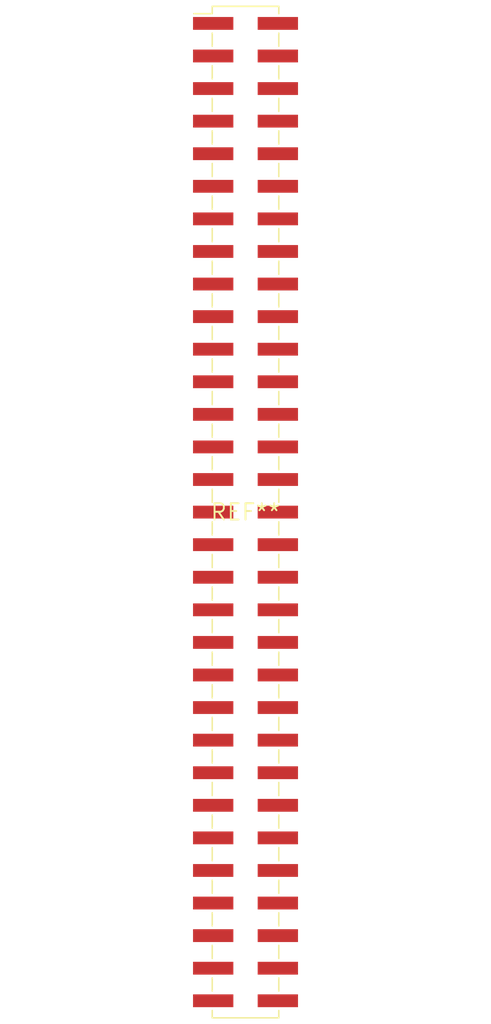
<source format=kicad_pcb>
(kicad_pcb (version 20240108) (generator pcbnew)
  (layers (0 "F.Cu" signal) (31 "B.Cu" signal) (34 "B.Paste" user) (35 "F.Paste" user) (36 "B.SilkS" user "B.Silkscreen") (37 "F.SilkS" user "F.Silkscreen") (38 "B.Mask" user) (39 "F.Mask" user) (44 "Edge.Cuts" user))
  (net 0 "")
  (footprint "PinHeader_2x31_P2.54mm_Vertical_SMD" (layer "F.Cu") (at 0 0)
    (property "Reference" "REF**")
    (property "Value" "PinHeader_2x31_P2.54mm_Vertical_SMD")
    (fp_line (start -4.04 -38.86) (end -2.6 -38.86) (layer "F.SilkS") (stroke (width 0.12)))
    (fp_line (start -2.6 -39.43) (end -2.6 -38.86) (layer "F.SilkS") (stroke (width 0.12)))
    (fp_line (start -2.6 -39.43) (end 2.6 -39.43) (layer "F.SilkS") (stroke (width 0.12)))
    (fp_line (start -2.6 -37.34) (end -2.6 -36.32) (layer "F.SilkS") (stroke (width 0.12)))
    (fp_line (start -2.6 -34.8) (end -2.6 -33.78) (layer "F.SilkS") (stroke (width 0.12)))
    (fp_line (start -2.6 -32.26) (end -2.6 -31.24) (layer "F.SilkS") (stroke (width 0.12)))
    (fp_line (start -2.6 -29.72) (end -2.6 -28.7) (layer "F.SilkS") (stroke (width 0.12)))
    (fp_line (start -2.6 -27.18) (end -2.6 -26.16) (layer "F.SilkS") (stroke (width 0.12)))
    (fp_line (start -2.6 -24.64) (end -2.6 -23.62) (layer "F.SilkS") (stroke (width 0.12)))
    (fp_line (start -2.6 -22.1) (end -2.6 -21.08) (layer "F.SilkS") (stroke (width 0.12)))
    (fp_line (start -2.6 -19.56) (end -2.6 -18.54) (layer "F.SilkS") (stroke (width 0.12)))
    (fp_line (start -2.6 -17.02) (end -2.6 -16) (layer "F.SilkS") (stroke (width 0.12)))
    (fp_line (start -2.6 -14.48) (end -2.6 -13.46) (layer "F.SilkS") (stroke (width 0.12)))
    (fp_line (start -2.6 -11.94) (end -2.6 -10.92) (layer "F.SilkS") (stroke (width 0.12)))
    (fp_line (start -2.6 -9.4) (end -2.6 -8.38) (layer "F.SilkS") (stroke (width 0.12)))
    (fp_line (start -2.6 -6.86) (end -2.6 -5.84) (layer "F.SilkS") (stroke (width 0.12)))
    (fp_line (start -2.6 -4.32) (end -2.6 -3.3) (layer "F.SilkS") (stroke (width 0.12)))
    (fp_line (start -2.6 -1.78) (end -2.6 -0.76) (layer "F.SilkS") (stroke (width 0.12)))
    (fp_line (start -2.6 0.76) (end -2.6 1.78) (layer "F.SilkS") (stroke (width 0.12)))
    (fp_line (start -2.6 3.3) (end -2.6 4.32) (layer "F.SilkS") (stroke (width 0.12)))
    (fp_line (start -2.6 5.84) (end -2.6 6.86) (layer "F.SilkS") (stroke (width 0.12)))
    (fp_line (start -2.6 8.38) (end -2.6 9.4) (layer "F.SilkS") (stroke (width 0.12)))
    (fp_line (start -2.6 10.92) (end -2.6 11.94) (layer "F.SilkS") (stroke (width 0.12)))
    (fp_line (start -2.6 13.46) (end -2.6 14.48) (layer "F.SilkS") (stroke (width 0.12)))
    (fp_line (start -2.6 16) (end -2.6 17.02) (layer "F.SilkS") (stroke (width 0.12)))
    (fp_line (start -2.6 18.54) (end -2.6 19.56) (layer "F.SilkS") (stroke (width 0.12)))
    (fp_line (start -2.6 21.08) (end -2.6 22.1) (layer "F.SilkS") (stroke (width 0.12)))
    (fp_line (start -2.6 23.62) (end -2.6 24.64) (layer "F.SilkS") (stroke (width 0.12)))
    (fp_line (start -2.6 26.16) (end -2.6 27.18) (layer "F.SilkS") (stroke (width 0.12)))
    (fp_line (start -2.6 28.7) (end -2.6 29.72) (layer "F.SilkS") (stroke (width 0.12)))
    (fp_line (start -2.6 31.24) (end -2.6 32.26) (layer "F.SilkS") (stroke (width 0.12)))
    (fp_line (start -2.6 33.78) (end -2.6 34.8) (layer "F.SilkS") (stroke (width 0.12)))
    (fp_line (start -2.6 36.32) (end -2.6 37.34) (layer "F.SilkS") (stroke (width 0.12)))
    (fp_line (start -2.6 38.86) (end -2.6 39.43) (layer "F.SilkS") (stroke (width 0.12)))
    (fp_line (start -2.6 39.43) (end 2.6 39.43) (layer "F.SilkS") (stroke (width 0.12)))
    (fp_line (start 2.6 -39.43) (end 2.6 -38.86) (layer "F.SilkS") (stroke (width 0.12)))
    (fp_line (start 2.6 -37.34) (end 2.6 -36.32) (layer "F.SilkS") (stroke (width 0.12)))
    (fp_line (start 2.6 -34.8) (end 2.6 -33.78) (layer "F.SilkS") (stroke (width 0.12)))
    (fp_line (start 2.6 -32.26) (end 2.6 -31.24) (layer "F.SilkS") (stroke (width 0.12)))
    (fp_line (start 2.6 -29.72) (end 2.6 -28.7) (layer "F.SilkS") (stroke (width 0.12)))
    (fp_line (start 2.6 -27.18) (end 2.6 -26.16) (layer "F.SilkS") (stroke (width 0.12)))
    (fp_line (start 2.6 -24.64) (end 2.6 -23.62) (layer "F.SilkS") (stroke (width 0.12)))
    (fp_line (start 2.6 -22.1) (end 2.6 -21.08) (layer "F.SilkS") (stroke (width 0.12)))
    (fp_line (start 2.6 -19.56) (end 2.6 -18.54) (layer "F.SilkS") (stroke (width 0.12)))
    (fp_line (start 2.6 -17.02) (end 2.6 -16) (layer "F.SilkS") (stroke (width 0.12)))
    (fp_line (start 2.6 -14.48) (end 2.6 -13.46) (layer "F.SilkS") (stroke (width 0.12)))
    (fp_line (start 2.6 -11.94) (end 2.6 -10.92) (layer "F.SilkS") (stroke (width 0.12)))
    (fp_line (start 2.6 -9.4) (end 2.6 -8.38) (layer "F.SilkS") (stroke (width 0.12)))
    (fp_line (start 2.6 -6.86) (end 2.6 -5.84) (layer "F.SilkS") (stroke (width 0.12)))
    (fp_line (start 2.6 -4.32) (end 2.6 -3.3) (layer "F.SilkS") (stroke (width 0.12)))
    (fp_line (start 2.6 -1.78) (end 2.6 -0.76) (layer "F.SilkS") (stroke (width 0.12)))
    (fp_line (start 2.6 0.76) (end 2.6 1.78) (layer "F.SilkS") (stroke (width 0.12)))
    (fp_line (start 2.6 3.3) (end 2.6 4.32) (layer "F.SilkS") (stroke (width 0.12)))
    (fp_line (start 2.6 5.84) (end 2.6 6.86) (layer "F.SilkS") (stroke (width 0.12)))
    (fp_line (start 2.6 8.38) (end 2.6 9.4) (layer "F.SilkS") (stroke (width 0.12)))
    (fp_line (start 2.6 10.92) (end 2.6 11.94) (layer "F.SilkS") (stroke (width 0.12)))
    (fp_line (start 2.6 13.46) (end 2.6 14.48) (layer "F.SilkS") (stroke (width 0.12)))
    (fp_line (start 2.6 16) (end 2.6 17.02) (layer "F.SilkS") (stroke (width 0.12)))
    (fp_line (start 2.6 18.54) (end 2.6 19.56) (layer "F.SilkS") (stroke (width 0.12)))
    (fp_line (start 2.6 21.08) (end 2.6 22.1) (layer "F.SilkS") (stroke (width 0.12)))
    (fp_line (start 2.6 23.62) (end 2.6 24.64) (layer "F.SilkS") (stroke (width 0.12)))
    (fp_line (start 2.6 26.16) (end 2.6 27.18) (layer "F.SilkS") (stroke (width 0.12)))
    (fp_line (start 2.6 28.7) (end 2.6 29.72) (layer "F.SilkS") (stroke (width 0.12)))
    (fp_line (start 2.6 31.24) (end 2.6 32.26) (layer "F.SilkS") (stroke (width 0.12)))
    (fp_line (start 2.6 33.78) (end 2.6 34.8) (layer "F.SilkS") (stroke (width 0.12)))
    (fp_line (start 2.6 36.32) (end 2.6 37.34) (layer "F.SilkS") (stroke (width 0.12)))
    (fp_line (start 2.6 38.86) (end 2.6 39.43) (layer "F.SilkS") (stroke (width 0.12)))
    (pad "1" smd rect (at -2.525 -38.1) (size 3.15 1) (layers "F.Cu" "F.Paste" "F.Mask"))
    (pad "2" smd rect (at 2.525 -38.1) (size 3.15 1) (layers "F.Cu" "F.Paste" "F.Mask"))
    (pad "3" smd rect (at -2.525 -35.56) (size 3.15 1) (layers "F.Cu" "F.Paste" "F.Mask"))
    (pad "4" smd rect (at 2.525 -35.56) (size 3.15 1) (layers "F.Cu" "F.Paste" "F.Mask"))
    (pad "5" smd rect (at -2.525 -33.02) (size 3.15 1) (layers "F.Cu" "F.Paste" "F.Mask"))
    (pad "6" smd rect (at 2.525 -33.02) (size 3.15 1) (layers "F.Cu" "F.Paste" "F.Mask"))
    (pad "7" smd rect (at -2.525 -30.48) (size 3.15 1) (layers "F.Cu" "F.Paste" "F.Mask"))
    (pad "8" smd rect (at 2.525 -30.48) (size 3.15 1) (layers "F.Cu" "F.Paste" "F.Mask"))
    (pad "9" smd rect (at -2.525 -27.94) (size 3.15 1) (layers "F.Cu" "F.Paste" "F.Mask"))
    (pad "10" smd rect (at 2.525 -27.94) (size 3.15 1) (layers "F.Cu" "F.Paste" "F.Mask"))
    (pad "11" smd rect (at -2.525 -25.4) (size 3.15 1) (layers "F.Cu" "F.Paste" "F.Mask"))
    (pad "12" smd rect (at 2.525 -25.4) (size 3.15 1) (layers "F.Cu" "F.Paste" "F.Mask"))
    (pad "13" smd rect (at -2.525 -22.86) (size 3.15 1) (layers "F.Cu" "F.Paste" "F.Mask"))
    (pad "14" smd rect (at 2.525 -22.86) (size 3.15 1) (layers "F.Cu" "F.Paste" "F.Mask"))
    (pad "15" smd rect (at -2.525 -20.32) (size 3.15 1) (layers "F.Cu" "F.Paste" "F.Mask"))
    (pad "16" smd rect (at 2.525 -20.32) (size 3.15 1) (layers "F.Cu" "F.Paste" "F.Mask"))
    (pad "17" smd rect (at -2.525 -17.78) (size 3.15 1) (layers "F.Cu" "F.Paste" "F.Mask"))
    (pad "18" smd rect (at 2.525 -17.78) (size 3.15 1) (layers "F.Cu" "F.Paste" "F.Mask"))
    (pad "19" smd rect (at -2.525 -15.24) (size 3.15 1) (layers "F.Cu" "F.Paste" "F.Mask"))
    (pad "20" smd rect (at 2.525 -15.24) (size 3.15 1) (layers "F.Cu" "F.Paste" "F.Mask"))
    (pad "21" smd rect (at -2.525 -12.7) (size 3.15 1) (layers "F.Cu" "F.Paste" "F.Mask"))
    (pad "22" smd rect (at 2.525 -12.7) (size 3.15 1) (layers "F.Cu" "F.Paste" "F.Mask"))
    (pad "23" smd rect (at -2.525 -10.16) (size 3.15 1) (layers "F.Cu" "F.Paste" "F.Mask"))
    (pad "24" smd rect (at 2.525 -10.16) (size 3.15 1) (layers "F.Cu" "F.Paste" "F.Mask"))
    (pad "25" smd rect (at -2.525 -7.62) (size 3.15 1) (layers "F.Cu" "F.Paste" "F.Mask"))
    (pad "26" smd rect (at 2.525 -7.62) (size 3.15 1) (layers "F.Cu" "F.Paste" "F.Mask"))
    (pad "27" smd rect (at -2.525 -5.08) (size 3.15 1) (layers "F.Cu" "F.Paste" "F.Mask"))
    (pad "28" smd rect (at 2.525 -5.08) (size 3.15 1) (layers "F.Cu" "F.Paste" "F.Mask"))
    (pad "29" smd rect (at -2.525 -2.54) (size 3.15 1) (layers "F.Cu" "F.Paste" "F.Mask"))
    (pad "30" smd rect (at 2.525 -2.54) (size 3.15 1) (layers "F.Cu" "F.Paste" "F.Mask"))
    (pad "31" smd rect (at -2.525 0) (size 3.15 1) (layers "F.Cu" "F.Paste" "F.Mask"))
    (pad "32" smd rect (at 2.525 0) (size 3.15 1) (layers "F.Cu" "F.Paste" "F.Mask"))
    (pad "33" smd rect (at -2.525 2.54) (size 3.15 1) (layers "F.Cu" "F.Paste" "F.Mask"))
    (pad "34" smd rect (at 2.525 2.54) (size 3.15 1) (layers "F.Cu" "F.Paste" "F.Mask"))
    (pad "35" smd rect (at -2.525 5.08) (size 3.15 1) (layers "F.Cu" "F.Paste" "F.Mask"))
    (pad "36" smd rect (at 2.525 5.08) (size 3.15 1) (layers "F.Cu" "F.Paste" "F.Mask"))
    (pad "37" smd rect (at -2.525 7.62) (size 3.15 1) (layers "F.Cu" "F.Paste" "F.Mask"))
    (pad "38" smd rect (at 2.525 7.62) (size 3.15 1) (layers "F.Cu" "F.Paste" "F.Mask"))
    (pad "39" smd rect (at -2.525 10.16) (size 3.15 1) (layers "F.Cu" "F.Paste" "F.Mask"))
    (pad "40" smd rect (at 2.525 10.16) (size 3.15 1) (layers "F.Cu" "F.Paste" "F.Mask"))
    (pad "41" smd rect (at -2.525 12.7) (size 3.15 1) (layers "F.Cu" "F.Paste" "F.Mask"))
    (pad "42" smd rect (at 2.525 12.7) (size 3.15 1) (layers "F.Cu" "F.Paste" "F.Mask"))
    (pad "43" smd rect (at -2.525 15.24) (size 3.15 1) (layers "F.Cu" "F.Paste" "F.Mask"))
    (pad "44" smd rect (at 2.525 15.24) (size 3.15 1) (layers "F.Cu" "F.Paste" "F.Mask"))
    (pad "45" smd rect (at -2.525 17.78) (size 3.15 1) (layers "F.Cu" "F.Paste" "F.Mask"))
    (pad "46" smd rect (at 2.525 17.78) (size 3.15 1) (layers "F.Cu" "F.Paste" "F.Mask"))
    (pad "47" smd rect (at -2.525 20.32) (size 3.15 1) (layers "F.Cu" "F.Paste" "F.Mask"))
    (pad "48" smd rect (at 2.525 20.32) (size 3.15 1) (layers "F.Cu" "F.Paste" "F.Mask"))
    (pad "49" smd rect (at -2.525 22.86) (size 3.15 1) (layers "F.Cu" "F.Paste" "F.Mask"))
    (pad "50" smd rect (at 2.525 22.86) (size 3.15 1) (layers "F.Cu" "F.Paste" "F.Mask"))
    (pad "51" smd rect (at -2.525 25.4) (size 3.15 1) (layers "F.Cu" "F.Paste" "F.Mask"))
    (pad "52" smd rect (at 2.525 25.4) (size 3.15 1) (layers "F.Cu" "F.Paste" "F.Mask"))
    (pad "53" smd rect (at -2.525 27.94) (size 3.15 1) (layers "F.Cu" "F.Paste" "F.Mask"))
    (pad "54" smd rect (at 2.525 27.94) (size 3.15 1) (layers "F.Cu" "F.Paste" "F.Mask"))
    (pad "55" smd rect (at -2.525 30.48) (size 3.15 1) (layers "F.Cu" "F.Paste" "F.Mask"))
    (pad "56" smd rect (at 2.525 30.48) (size 3.15 1) (layers "F.Cu" "F.Paste" "F.Mask"))
    (pad "57" smd rect (at -2.525 33.02) (size 3.15 1) (layers "F.Cu" "F.Paste" "F.Mask"))
    (pad "58" smd rect (at 2.525 33.02) (size 3.15 1) (layers "F.Cu" "F.Paste" "F.Mask"))
    (pad "59" smd rect (at -2.525 35.56) (size 3.15 1) (layers "F.Cu" "F.Paste" "F.Mask"))
    (pad "60" smd rect (at 2.525 35.56) (size 3.15 1) (layers "F.Cu" "F.Paste" "F.Mask"))
    (pad "61" smd rect (at -2.525 38.1) (size 3.15 1) (layers "F.Cu" "F.Paste" "F.Mask"))
    (pad "62" smd rect (at 2.525 38.1) (size 3.15 1) (layers "F.Cu" "F.Paste" "F.Mask"))
  )
)
</source>
